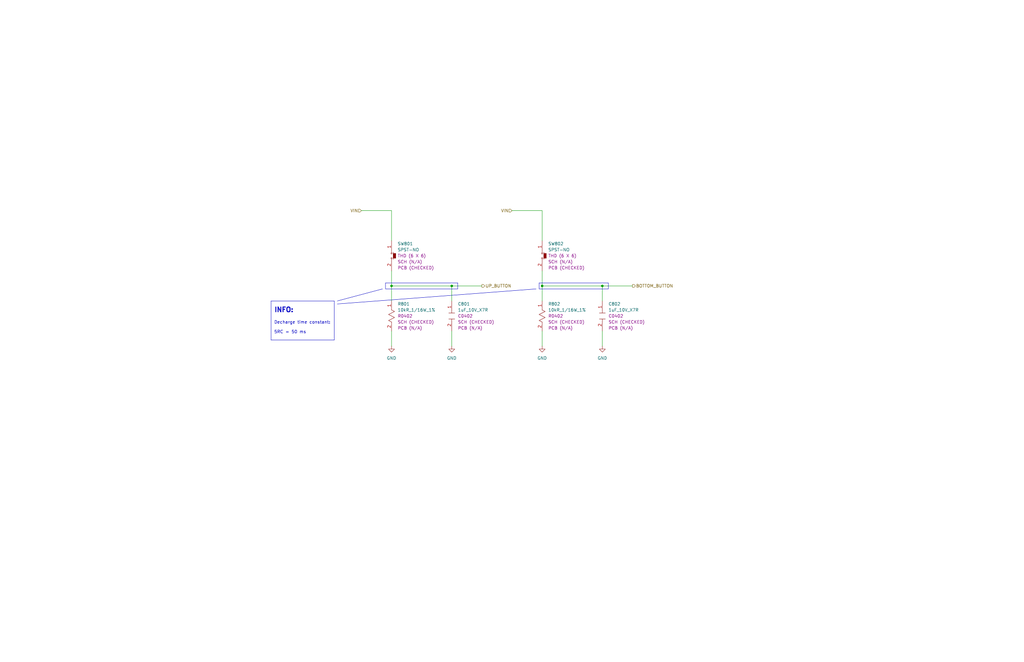
<source format=kicad_sch>
(kicad_sch (version 20230121) (generator eeschema)
  (paper "B")
  (title_block (title "_HW_EPaper") (rev "v1.0") (company "Mend0z0") (comment 1 "v1.0") (comment 2 "PRELIMINARY"))
  (lib_symbols
    (symbol "_SCHLIB_Epaper:CAP_1uF_10V_X7R_C0402"
      (property "Reference" "C" (at 2.54 3.81 0))
      (property "Value" "1uF_10V_X7R" (at 2.54 6.35 0))
      (property "Package" "C0402" (at 2.54 21.59 0))
      (property "SCH CHECK" "SCH (CHECKED)" (at 2.54 24.13 0))
      (property "PCB CHECK" "PCB (N/A)" (at 2.54 26.67 0))
      (symbol "CAP_1uF_10V_X7R_C0402_0_1"
        (polyline (pts (xy 5.08 1.27) (xy 5.08 -1.27)))
        (polyline (pts (xy 7.62 1.27) (xy 7.62 -1.27)))
      )
      (symbol "CAP_1uF_10V_X7R_C0402_1_1"
        (pin passive line (at 0 0 0) (length 5.08) (name "") (number "1"))
        (pin passive line (at 12.7 0 180) (length 5.08) (name "") (number "2"))
      )
    )
    (symbol "_SCHLIB_Epaper:RES_10kR_1/16W_1%_R0402"
      (property "Reference" "R" (at 2.54 3.81 0))
      (property "Value" "10kR_1/16W_1%" (at 2.54 6.35 0))
      (property "Package" "R0402" (at 2.54 21.59 0))
      (property "SCH CHECK" "SCH (CHECKED)" (at 2.54 24.13 0))
      (property "PCB CHECK" "PCB (N/A)" (at 2.54 26.67 0))
      (symbol "RES_10kR_1/16W_1%_R0402_0_1"
        (polyline (pts (xy 3.81 0) (xy 4.445 1.27) (xy 5.715 -1.27) (xy 6.985 1.27) (xy 8.255 -1.27) (xy 8.89 0)))
      )
      (symbol "RES_10kR_1/16W_1%_R0402_1_1"
        (pin passive line (at 0 0 0) (length 3.81) (name "") (number "1"))
        (pin passive line (at 12.7 0 180) (length 3.81) (name "") (number "2"))
      )
    )
    (symbol "_SCHLIB_Epaper:SW_PTS645VH31-2_LFS_SPST-NO_RA_12VDC_THD"
      (property "Reference" "SW" (at 2.54 5.08 0))
      (property "Value" "SPST-NO" (at 2.54 7.62 0))
      (property "Package" "THD (6 X 6)" (at 2.54 22.86 0))
      (property "SCH CHECK" "SCH (N/A)" (at 2.54 25.4 0))
      (property "PCB CHECK" "PCB (CHECKED)" (at 2.54 27.94 0))
      (symbol "SW_PTS645VH31-2_LFS_SPST-NO_RA_12VDC_THD_0_1"
        (polyline (pts (xy 4.826 0.762) (xy 7.874 0.762)))
        (circle (center 5.334 0) (radius 0.254))
        (rectangle (start 5.334 1.778) (end 7.366 0.762) (fill (type outline)))
        (rectangle (start 6.858 1.524) (end 6.858 1.524))
        (circle (center 7.366 0) (radius 0.254))
      )
      (symbol "SW_PTS645VH31-2_LFS_SPST-NO_RA_12VDC_THD_1_1"
        (pin passive line (at 0 0 0) (length 5.08) (name "") (number "1"))
        (pin passive line (at 12.7 0 180) (length 5.08) (name "") (number "2"))
      )
    )
    (symbol "power:GND" (power) (pin_names (offset 0))
      (property "Value" "GND" (at 0 -3.81 0))
      (symbol "GND_0_1"
        (polyline (pts (xy 0 0) (xy 0 -1.27) (xy 1.27 -1.27) (xy 0 -2.54) (xy -1.27 -1.27) (xy 0 -1.27)))
      )
      (symbol "GND_1_1"
        (pin power_in line (at 0 0 270) (length 0) hide (name "GND") (number "1"))
      )
    )
  )
  (junction (at 228.6 120.65))
  (junction (at 190.5 120.65))
  (junction (at 165.1 120.65))
  (junction (at 254 120.65))
  (wire (pts (xy 165.1 139.7) (xy 165.1 146.05)))
  (wire (pts (xy 228.6 88.9) (xy 228.6 101.6)))
  (wire (pts (xy 190.5 120.65) (xy 165.1 120.65)))
  (wire (pts (xy 215.9 88.9) (xy 228.6 88.9)))
  (wire (pts (xy 228.6 120.65) (xy 228.6 127)))
  (wire (pts (xy 152.4 88.9) (xy 165.1 88.9)))
  (polyline (pts (xy 140.97 127) (xy 140.97 143.51)))
  (wire (pts (xy 228.6 139.7) (xy 228.6 146.05)))
  (wire (pts (xy 165.1 88.9) (xy 165.1 101.6)))
  (wire (pts (xy 254 146.05) (xy 254 139.7)))
  (wire (pts (xy 254 120.65) (xy 228.6 120.65)))
  (polyline (pts (xy 114.3 127) (xy 140.97 127)))
  (polyline (pts (xy 142.24 127) (xy 161.29 121.92)))
  (wire (pts (xy 190.5 127) (xy 190.5 120.65)))
  (wire (pts (xy 165.1 114.3) (xy 165.1 120.65)))
  (wire (pts (xy 190.5 120.65) (xy 203.2 120.65)))
  (polyline (pts (xy 114.3 127) (xy 114.3 143.51)))
  (wire (pts (xy 165.1 120.65) (xy 165.1 127)))
  (wire (pts (xy 254 127) (xy 254 120.65)))
  (polyline (pts (xy 142.24 128.27) (xy 226.06 121.92)))
  (wire (pts (xy 254 120.65) (xy 266.7 120.65)))
  (polyline (pts (xy 140.97 143.51) (xy 114.3 143.51)))
  (wire (pts (xy 190.5 146.05) (xy 190.5 139.7)))
  (wire (pts (xy 228.6 114.3) (xy 228.6 120.65)))
  (rectangle (start 227.33 119.38) (end 256.54 121.92))
  (rectangle (start 162.56 119.38) (end 193.04 121.92))
  (text "Decharge time constant:\n\n5RC = 50 ms" (at 115.57 140.97 0) (effects (font (size 1.27 1.27)) (justify left bottom)))
  (text "INFO:" (at 115.57 132.08 0) (effects (font (size 2 2) (thickness 0.4) bold) (justify left bottom)))
  (hierarchical_label "BOTTOM_BUTTON" (shape output) (at 266.7 120.65 0))
  (hierarchical_label "VIN" (shape input) (at 215.9 88.9 180))
  (hierarchical_label "UP_BUTTON" (shape output) (at 203.2 120.65 0))
  (hierarchical_label "VIN" (shape input) (at 152.4 88.9 180))
  (symbol (lib_id "_SCHLIB_Epaper:RES_10kR_1/16W_1%_R0402") (at 165.1 127 270) (unit 1)
    (property "Reference" "R801" (at 167.64 128.27 90) (effects (justify left)))
    (property "Value" "10kR_1/16W_1%" (at 167.64 130.81 90) (effects (justify left)))
    (property "Footprint" "Resistor_SMD:R_0402_1005Metric" (effects hide))
    (property "Datasheet" "https://www.bourns.com/docs/product-datasheets/cr.pdf?sfvrsn=574d41f6_14" (effects hide))
    (property "Description" "10 kOhms ±1% 0.063W, 1/16W Chip Resistor 0402 (1005 Metric) Thick Film" (effects hide))
    (property "Part Number" "CR0402-FX-1002GLF" (effects hide))
    (property "Link" "https://www.digikey.ca/en/products/detail/bourns-inc/CR0402-FX-1002GLF/3593192" (effects hide))
    (property "Package" "R0402" (at 167.64 133.35 90) (effects (justify left)))
    (property "SCH CHECK" "SCH (CHECKED)" (at 167.64 135.89 90) (effects (justify left)))
    (property "PCB CHECK" "PCB (N/A)" (at 167.64 138.43 90) (effects (justify left)))
  )
  (symbol (lib_id "_SCHLIB_Epaper:CAP_1uF_10V_X7R_C0402") (at 190.5 127 270) (unit 1)
    (property "Reference" "C801" (at 193.04 128.27 90) (effects (justify left)))
    (property "Value" "1uF_10V_X7R" (at 193.04 130.81 90) (effects (justify left)))
    (property "Footprint" "Capacitor_SMD:C_0402_1005Metric" (effects hide))
    (property "Datasheet" "https://search.murata.co.jp/Ceramy/image/img/A01X/G101/ENG/GRM155Z71A105KE01-01.pdf" (effects hide))
    (property "Description" "1 µF ±10% 10V Ceramic Capacitor X7R 0402 (1005 Metric)" (effects hide))
    (property "Part Number" "GRM155Z71A105KE01D" (effects hide))
    (property "Link" "https://www.digikey.ca/en/products/detail/murata-electronics/GRM155Z71A105KE01D/13905035" (effects hide))
    (property "Package" "C0402" (at 193.04 133.35 90) (effects (justify left)))
    (property "SCH CHECK" "SCH (CHECKED)" (at 193.04 135.89 90) (effects (justify left)))
    (property "PCB CHECK" "PCB (N/A)" (at 193.04 138.43 90) (effects (justify left)))
  )
  (symbol (lib_id "_SCHLIB_Epaper:SW_PTS645VH31-2_LFS_SPST-NO_RA_12VDC_THD") (at 228.6 101.6 270) (unit 1)
    (property "Reference" "SW802" (at 231.14 102.87 90) (effects (justify left)))
    (property "Value" "SPST-NO" (at 231.14 105.41 90) (effects (justify left)))
    (property "Footprint" "Button_Switch_THT:SW_Tactile_SPST_Angled_PTS645Vx31-2LFS" (effects hide))
    (property "Datasheet" "https://www.ckswitches.com/media/1471/pts645.pdf" (effects hide))
    (property "Description" "Tactile Switch SPST-NO Side Actuated Through Hole, Right Angle" (effects hide))
    (property "Part Number" "PTS645VH31-2 LFS" (effects hide))
    (property "Link" "https://www.digikey.ca/en/products/detail/c-k/PTS645VH31-2-LFS/1146771" (effects hide))
    (property "Package" "THD (6 X 6)" (at 231.14 107.95 90) (effects (justify left)))
    (property "SCH CHECK" "SCH (N/A)" (at 231.14 110.49 90) (effects (justify left)))
    (property "PCB CHECK" "PCB (CHECKED)" (at 231.14 113.03 90) (effects (justify left)))
  )
  (symbol (lib_id "power:GND") (at 190.5 146.05 0) (unit 1)
    (property "Reference" "#PWR0803" (effects hide))
    (property "Value" "GND" (at 190.5 151.13 0))
  )
  (symbol (lib_id "power:GND") (at 228.6 146.05 0) (unit 1)
    (property "Reference" "#PWR0802" (effects hide))
    (property "Value" "GND" (at 228.6 151.13 0))
  )
  (symbol (lib_id "_SCHLIB_Epaper:RES_10kR_1/16W_1%_R0402") (at 228.6 127 270) (unit 1)
    (property "Reference" "R802" (at 231.14 128.27 90) (effects (justify left)))
    (property "Value" "10kR_1/16W_1%" (at 231.14 130.81 90) (effects (justify left)))
    (property "Footprint" "Resistor_SMD:R_0402_1005Metric" (effects hide))
    (property "Datasheet" "https://www.bourns.com/docs/product-datasheets/cr.pdf?sfvrsn=574d41f6_14" (effects hide))
    (property "Description" "10 kOhms ±1% 0.063W, 1/16W Chip Resistor 0402 (1005 Metric) Thick Film" (effects hide))
    (property "Part Number" "CR0402-FX-1002GLF" (effects hide))
    (property "Link" "https://www.digikey.ca/en/products/detail/bourns-inc/CR0402-FX-1002GLF/3593192" (effects hide))
    (property "Package" "R0402" (at 231.14 133.35 90) (effects (justify left)))
    (property "SCH CHECK" "SCH (CHECKED)" (at 231.14 135.89 90) (effects (justify left)))
    (property "PCB CHECK" "PCB (N/A)" (at 231.14 138.43 90) (effects (justify left)))
  )
  (symbol (lib_id "power:GND") (at 254 146.05 0) (unit 1)
    (property "Reference" "#PWR0804" (effects hide))
    (property "Value" "GND" (at 254 151.13 0))
  )
  (symbol (lib_id "_SCHLIB_Epaper:SW_PTS645VH31-2_LFS_SPST-NO_RA_12VDC_THD") (at 165.1 101.6 270) (unit 1)
    (property "Reference" "SW801" (at 167.64 102.87 90) (effects (justify left)))
    (property "Value" "SPST-NO" (at 167.64 105.41 90) (effects (justify left)))
    (property "Footprint" "Button_Switch_THT:SW_Tactile_SPST_Angled_PTS645Vx31-2LFS" (effects hide))
    (property "Datasheet" "https://www.ckswitches.com/media/1471/pts645.pdf" (effects hide))
    (property "Description" "Tactile Switch SPST-NO Side Actuated Through Hole, Right Angle" (effects hide))
    (property "Part Number" "PTS645VH31-2 LFS" (effects hide))
    (property "Link" "https://www.digikey.ca/en/products/detail/c-k/PTS645VH31-2-LFS/1146771" (effects hide))
    (property "Package" "THD (6 X 6)" (at 167.64 107.95 90) (effects (justify left)))
    (property "SCH CHECK" "SCH (N/A)" (at 167.64 110.49 90) (effects (justify left)))
    (property "PCB CHECK" "PCB (CHECKED)" (at 167.64 113.03 90) (effects (justify left)))
  )
  (symbol (lib_id "_SCHLIB_Epaper:CAP_1uF_10V_X7R_C0402") (at 254 127 270) (unit 1)
    (property "Reference" "C802" (at 256.54 128.27 90) (effects (justify left)))
    (property "Value" "1uF_10V_X7R" (at 256.54 130.81 90) (effects (justify left)))
    (property "Footprint" "Capacitor_SMD:C_0402_1005Metric" (effects hide))
    (property "Datasheet" "https://search.murata.co.jp/Ceramy/image/img/A01X/G101/ENG/GRM155Z71A105KE01-01.pdf" (effects hide))
    (property "Description" "1 µF ±10% 10V Ceramic Capacitor X7R 0402 (1005 Metric)" (effects hide))
    (property "Part Number" "GRM155Z71A105KE01D" (effects hide))
    (property "Link" "https://www.digikey.ca/en/products/detail/murata-electronics/GRM155Z71A105KE01D/13905035" (effects hide))
    (property "Package" "C0402" (at 256.54 133.35 90) (effects (justify left)))
    (property "SCH CHECK" "SCH (CHECKED)" (at 256.54 135.89 90) (effects (justify left)))
    (property "PCB CHECK" "PCB (N/A)" (at 256.54 138.43 90) (effects (justify left)))
  )
  (symbol (lib_id "power:GND") (at 165.1 146.05 0) (unit 1)
    (property "Reference" "#PWR0801" (effects hide))
    (property "Value" "GND" (at 165.1 151.13 0))
  )
)
</source>
